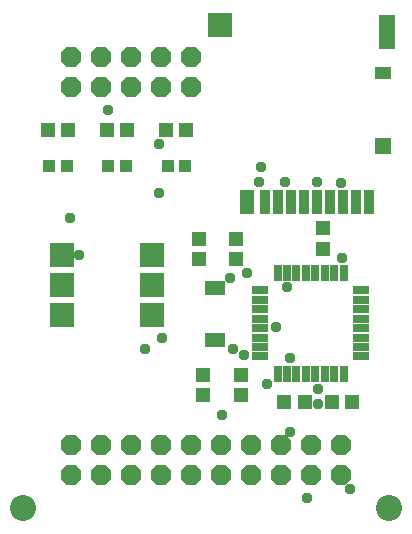
<source format=gbr>
G04 EAGLE Gerber RS-274X export*
G75*
%MOMM*%
%FSLAX34Y34*%
%LPD*%
%INSoldermask Top*%
%IPPOS*%
%AMOC8*
5,1,8,0,0,1.08239X$1,22.5*%
G01*
%ADD10C,2.203200*%
%ADD11R,1.303200X1.203200*%
%ADD12R,1.203200X1.303200*%
%ADD13P,1.869504X8X202.500000*%
%ADD14R,1.003200X1.003200*%
%ADD15R,1.803200X1.253200*%
%ADD16R,0.703200X1.403200*%
%ADD17R,1.403200X0.703200*%
%ADD18R,0.903200X2.103200*%
%ADD19R,1.203200X2.103200*%
%ADD20R,1.403200X1.403200*%
%ADD21R,1.403200X1.003200*%
%ADD22R,1.403200X3.003200*%
%ADD23R,2.103200X2.103200*%
%ADD24R,2.003200X2.003200*%
%ADD25P,1.869504X8X22.500000*%
%ADD26C,0.959600*%


D10*
X20000Y20000D03*
X330000Y20000D03*
D11*
X258500Y110000D03*
X241500Y110000D03*
D12*
X200910Y230740D03*
X200910Y247740D03*
X169320Y230740D03*
X169320Y247740D03*
X204550Y133150D03*
X204550Y116150D03*
D13*
X289300Y48100D03*
X263900Y48100D03*
X238500Y48100D03*
X213100Y48100D03*
X187700Y48100D03*
X162300Y48100D03*
X136900Y48100D03*
X111500Y48100D03*
X86100Y48100D03*
X60700Y48100D03*
X289300Y73500D03*
X263900Y73500D03*
X238500Y73500D03*
X213100Y73500D03*
X187700Y73500D03*
X162300Y73500D03*
X136900Y73500D03*
X111500Y73500D03*
X86100Y73500D03*
X60700Y73500D03*
D14*
X42500Y310000D03*
X57500Y310000D03*
X92500Y310000D03*
X107500Y310000D03*
X142500Y310000D03*
X157500Y310000D03*
D12*
X281500Y110000D03*
X298500Y110000D03*
D11*
X274480Y239880D03*
X274480Y256880D03*
X172960Y133150D03*
X172960Y116150D03*
D12*
X158500Y340000D03*
X141500Y340000D03*
X58500Y340000D03*
X41500Y340000D03*
X108500Y340000D03*
X91500Y340000D03*
D15*
X182490Y162100D03*
X182490Y206600D03*
D16*
X291650Y219080D03*
X283650Y219080D03*
X275650Y219080D03*
X267650Y219080D03*
X259650Y219080D03*
X251650Y219080D03*
X243650Y219080D03*
X235650Y219080D03*
D17*
X306150Y204580D03*
X306150Y196580D03*
X306150Y188580D03*
X306150Y180580D03*
X306150Y172580D03*
X306150Y164580D03*
X306150Y156580D03*
X306150Y148580D03*
X221150Y204580D03*
X221150Y196580D03*
X221150Y188580D03*
X221150Y180580D03*
X221150Y172580D03*
X221150Y164580D03*
X221150Y156580D03*
X221150Y148580D03*
D16*
X291650Y134080D03*
X283650Y134080D03*
X275650Y134080D03*
X267650Y134080D03*
X259650Y134080D03*
X251650Y134080D03*
X243650Y134080D03*
X235650Y134080D03*
D18*
X257900Y279380D03*
X246900Y279380D03*
X235900Y279380D03*
X224900Y279380D03*
X268900Y279380D03*
X279900Y279380D03*
X290900Y279380D03*
X301900Y279380D03*
D19*
X209900Y279570D03*
D18*
X312900Y279380D03*
D20*
X324900Y326380D03*
D21*
X324900Y388380D03*
D22*
X328710Y423110D03*
D23*
X187360Y429000D03*
D24*
X53120Y234640D03*
X53120Y209240D03*
X53120Y183940D03*
X129320Y234640D03*
X129320Y209240D03*
X129320Y183940D03*
D25*
X61200Y401900D03*
X86600Y401900D03*
X112000Y401900D03*
X137400Y401900D03*
X162800Y401900D03*
X61200Y376500D03*
X86600Y376500D03*
X112000Y376500D03*
X137400Y376500D03*
X162800Y376500D03*
D26*
X270256Y108585D03*
X221996Y308864D03*
X243713Y207518D03*
X195453Y214757D03*
X209931Y219583D03*
X270256Y120650D03*
X260604Y28956D03*
X137541Y164084D03*
X246126Y147193D03*
X246126Y84455D03*
X226822Y125476D03*
X207518Y149606D03*
X135128Y287147D03*
X135128Y328168D03*
X197866Y154432D03*
X123063Y154432D03*
X60325Y265430D03*
X234061Y173736D03*
X188214Y98933D03*
X296799Y36195D03*
X290000Y232000D03*
X220000Y296000D03*
X289000Y295000D03*
X242000Y296000D03*
X269000Y296000D03*
X91694Y357124D03*
X67564Y234061D03*
M02*

</source>
